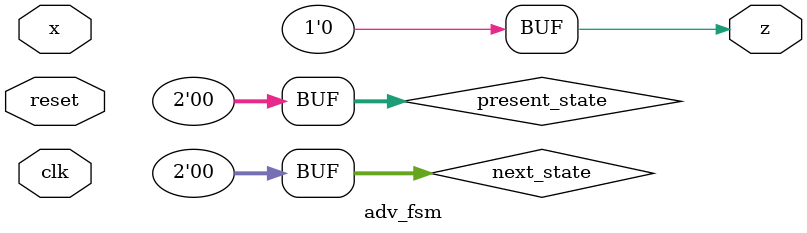
<source format=v>
module adv_fsm(
input clk,
input reset,
input x,
output z ); 
reg [1:0] present_state, next_state;
parameter IDLE=0, S1=1, S10=2, S101=3;
// output signal z is asserted to 1 when present_state is S101 
// present_state is reset to IDLE when rset is high
// otherwise it is assigned next state
// if present_state is IDLE, next_state is assigned S1 if x is 1, otherwise next_state stays at IDLE
// if present_state is S1, next_state is assigned S10 if x is 0, otherwise next_state stays at IDLE 
// if present_state is S10, next_state is assigned S101 if x is 1, otherwise next_state stays at IDLE 
// if present_state is S101, next_state is assigned IDLE

  always begin
    present_state <= IDLE;
    next_state <= IDLE;
  end
  
  always #(0) begin
    next_state <= S1 ;
    if (IDLE || S10) begin
      next_state <= IDLE;
    end 
    else if (x) begin
      next_state <= S10;
    end  
    else begin
      next_state <= IDLE;
    end
  end 
  
  always #(0) begin
    z <= present_state;
  end

endmodule

</source>
